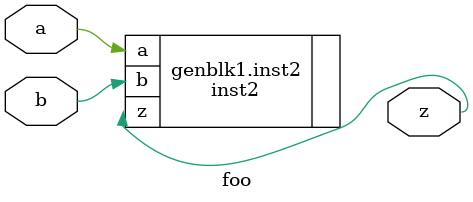
<source format=v>
module foo (
input wire a,
input wire b,
output reg z
);

parameter VAR = 0;

generate
if (VAR)
inst inst(
.a(a),
.b(b),
.z(z)
);
else
inst2 inst2 (
.a(a),
.b(b),
.z(z)
);
endgenerate

endmodule


// Local Variables:
// verilog-indent-lists: nil
// End:

</source>
